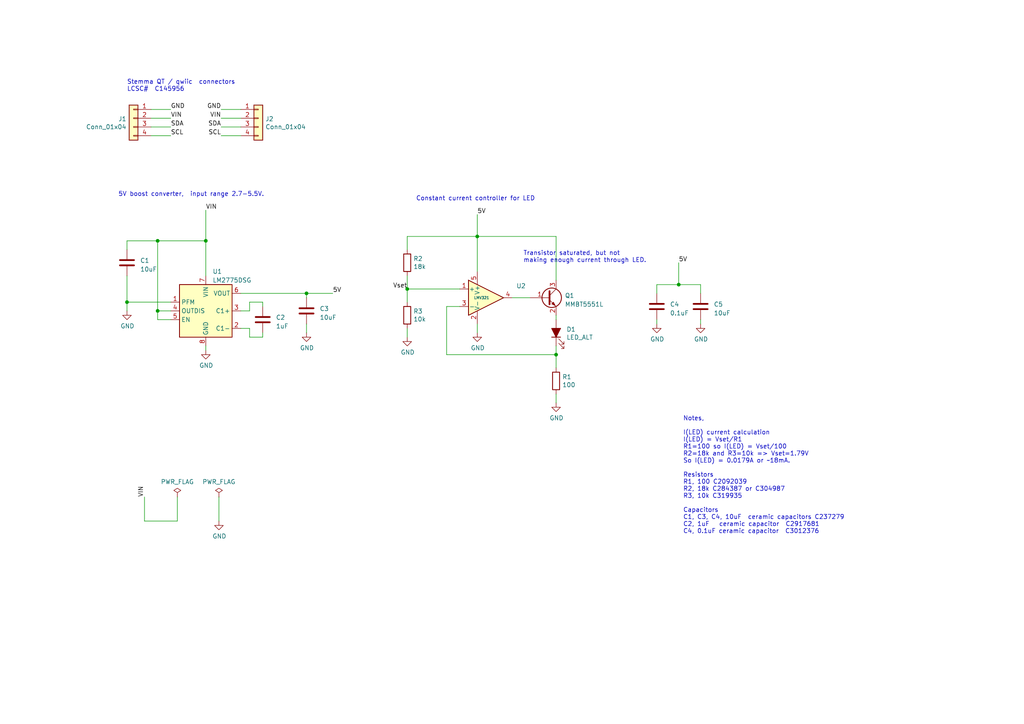
<source format=kicad_sch>
(kicad_sch (version 20230121) (generator eeschema)
  (paper "A4")
  (lib_symbols
    (symbol "Amplifier_Operational:LMV321" (pin_names (offset 0.127))
      (property "Reference" "U" (at 0 5.08 0))
      (property "Value" "LMV321" (at 0 -5.08 0))
      (symbol "LMV321_0_1"
        (polyline (pts (xy -5.08 5.08) (xy 5.08 0) (xy -5.08 -5.08) (xy -5.08 5.08)) (stroke (width 0.254)) (fill (type background)))
        (pin power_in line (at -2.54 -7.62 90) (length 3.81) (name "V-") (number "2"))
        (pin power_in line (at -2.54 7.62 270) (length 3.81) (name "V+") (number "5"))
      )
      (symbol "LMV321_1_1"
        (pin input line (at -7.62 2.54 0) (length 2.54) (name "+") (number "1"))
        (pin input line (at -7.62 -2.54 0) (length 2.54) (name "-") (number "3"))
        (pin output line (at 7.62 0 180) (length 2.54) (name "~") (number "4"))
      )
    )
    (symbol "Connector_Generic:Conn_01x04" (pin_names (offset 1.016) hide)
      (property "Reference" "J" (at 0 5.08 0))
      (property "Value" "Conn_01x04" (at 0 -7.62 0))
      (symbol "Conn_01x04_1_1"
        (rectangle (start -1.27 -4.953) (end 0 -5.207) (stroke (width 0.1524)))
        (rectangle (start -1.27 -2.413) (end 0 -2.667) (stroke (width 0.1524)))
        (rectangle (start -1.27 0.127) (end 0 -0.127) (stroke (width 0.1524)))
        (rectangle (start -1.27 2.667) (end 0 2.413) (stroke (width 0.1524)))
        (rectangle (start -1.27 3.81) (end 1.27 -6.35) (stroke (width 0.254)) (fill (type background)))
        (pin passive line (at -5.08 2.54 0) (length 3.81) (name "Pin_1") (number "1"))
        (pin passive line (at -5.08 0 0) (length 3.81) (name "Pin_2") (number "2"))
        (pin passive line (at -5.08 -2.54 0) (length 3.81) (name "Pin_3") (number "3"))
        (pin passive line (at -5.08 -5.08 0) (length 3.81) (name "Pin_4") (number "4"))
      )
    )
    (symbol "Device:C" (pin_numbers hide) (pin_names (offset 0.254))
      (property "Reference" "C" (at 0.635 2.54 0))
      (property "Value" "C" (at 0.635 -2.54 0))
      (symbol "C_0_1"
        (polyline (pts (xy -2.032 -0.762) (xy 2.032 -0.762)) (stroke (width 0.508)))
        (polyline (pts (xy -2.032 0.762) (xy 2.032 0.762)) (stroke (width 0.508)))
      )
      (symbol "C_1_1"
        (pin passive line (at 0 3.81 270) (length 2.794) (name "~") (number "1"))
        (pin passive line (at 0 -3.81 90) (length 2.794) (name "~") (number "2"))
      )
    )
    (symbol "Device:R" (pin_numbers hide) (pin_names (offset 0))
      (property "Reference" "R" (at 2.032 0 90))
      (property "Value" "R" (at 0 0 90))
      (symbol "R_0_1"
        (rectangle (start -1.016 -2.54) (end 1.016 2.54) (stroke (width 0.254)))
      )
      (symbol "R_1_1"
        (pin passive line (at 0 3.81 270) (length 1.27) (name "~") (number "1"))
        (pin passive line (at 0 -3.81 90) (length 1.27) (name "~") (number "2"))
      )
    )
    (symbol "Regulator_SwitchedCapacitor:LM2775DSG"
      (property "Reference" "U" (at -7.62 8.89 0))
      (property "Value" "LM2775DSG" (at 6.35 8.89 0))
      (symbol "LM2775DSG_0_1"
        (rectangle (start -7.62 7.62) (end 7.62 -7.62) (stroke (width 0.254)) (fill (type background)))
      )
      (symbol "LM2775DSG_1_1"
        (pin input line (at -10.16 2.54 0) (length 2.54) (name "PFM") (number "1"))
        (pin passive line (at 10.16 -5.08 180) (length 2.54) (name "C1-") (number "2"))
        (pin passive line (at 10.16 0 180) (length 2.54) (name "C1+") (number "3"))
        (pin input line (at -10.16 0 0) (length 2.54) (name "OUTDIS") (number "4"))
        (pin input line (at -10.16 -2.54 0) (length 2.54) (name "EN") (number "5"))
        (pin power_out line (at 10.16 5.08 180) (length 2.54) (name "VOUT") (number "6"))
        (pin power_in line (at 0 10.16 270) (length 2.54) (name "VIN") (number "7"))
        (pin power_in line (at 0 -10.16 90) (length 2.54) (name "GND") (number "8"))
        (pin passive line (at 0 -10.16 90) (length 2.54) hide (name "GND") (number "9"))
      )
    )
    (symbol "Transistor_BJT:MMBT5551L" (pin_names (offset 0) hide)
      (property "Reference" "Q" (at 5.08 1.905 0))
      (property "Value" "MMBT5551L" (at 5.08 0 0))
      (symbol "MMBT5551L_0_1"
        (polyline (pts (xy 0.635 0.635) (xy 2.54 2.54)))
        (polyline (pts (xy 0.635 -0.635) (xy 2.54 -2.54) (xy 2.54 -2.54)))
        (polyline (pts (xy 0.635 1.905) (xy 0.635 -1.905) (xy 0.635 -1.905)) (stroke (width 0.508)))
        (polyline (pts (xy 1.27 -1.778) (xy 1.778 -1.27) (xy 2.286 -2.286) (xy 1.27 -1.778) (xy 1.27 -1.778)) (fill (type outline)))
        (circle (center 1.27 0) (radius 2.8194) (stroke (width 0.254)))
      )
      (symbol "MMBT5551L_1_1"
        (pin input line (at -5.08 0 0) (length 5.715) (name "B") (number "1"))
        (pin passive line (at 2.54 -5.08 90) (length 2.54) (name "E") (number "2"))
        (pin passive line (at 2.54 5.08 270) (length 2.54) (name "C") (number "3"))
      )
    )
    (symbol "basic_led-rescue:LED_ALT-Device" (pin_numbers hide) (pin_names (offset 1.016) hide)
      (property "Reference" "D" (at 0 2.54 0))
      (property "Value" "Device_LED_ALT" (at 0 -2.54 0))
      (symbol "LED_ALT-Device_0_1"
        (polyline (pts (xy -1.27 -1.27) (xy -1.27 1.27)) (stroke (width 0.254)))
        (polyline (pts (xy -1.27 0) (xy 1.27 0)))
        (polyline (pts (xy 1.27 -1.27) (xy 1.27 1.27) (xy -1.27 0) (xy 1.27 -1.27)) (stroke (width 0.254)) (fill (type outline)))
        (polyline (pts (xy -3.048 -0.762) (xy -4.572 -2.286) (xy -3.81 -2.286) (xy -4.572 -2.286) (xy -4.572 -1.524)))
        (polyline (pts (xy -1.778 -0.762) (xy -3.302 -2.286) (xy -2.54 -2.286) (xy -3.302 -2.286) (xy -3.302 -1.524)))
      )
      (symbol "LED_ALT-Device_1_1"
        (pin passive line (at -3.81 0 0) (length 2.54) (name "K") (number "1"))
        (pin passive line (at 3.81 0 180) (length 2.54) (name "A") (number "2"))
      )
    )
    (symbol "power:GND" (power) (pin_names (offset 0))
      (property "Value" "GND" (at 0 -3.81 0))
      (symbol "GND_0_1"
        (polyline (pts (xy 0 0) (xy 0 -1.27) (xy 1.27 -1.27) (xy 0 -2.54) (xy -1.27 -1.27) (xy 0 -1.27)))
      )
      (symbol "GND_1_1"
        (pin power_in line (at 0 0 270) (length 0) hide (name "GND") (number "1"))
      )
    )
    (symbol "power:PWR_FLAG" (power) (pin_numbers hide) (pin_names (offset 0) hide)
      (property "Value" "PWR_FLAG" (at 0 3.81 0))
      (symbol "PWR_FLAG_0_0"
        (pin power_out line (at 0 0 90) (length 0) (name "pwr") (number "1"))
      )
      (symbol "PWR_FLAG_0_1"
        (polyline (pts (xy 0 0) (xy 0 1.27) (xy -1.016 1.905) (xy 0 2.54) (xy 1.016 1.905) (xy 0 1.27)))
      )
    )
  )
  (junction (at 138.43 68.58))
  (junction (at 161.29 102.87))
  (junction (at 88.9 85.09))
  (junction (at 36.83 87.63))
  (junction (at 196.85 82.55))
  (junction (at 59.69 69.85))
  (junction (at 45.72 69.85))
  (junction (at 45.72 90.17))
  (junction (at 118.11 83.82))
  (wire (pts (xy 45.72 69.85) (xy 45.72 90.17)))
  (wire (pts (xy 45.72 69.85) (xy 36.83 69.85)))
  (wire (pts (xy 129.54 88.9) (xy 133.35 88.9)))
  (wire (pts (xy 196.85 76.2) (xy 196.85 82.55)))
  (wire (pts (xy 69.85 90.17) (xy 72.39 90.17)))
  (wire (pts (xy 161.29 102.87) (xy 129.54 102.87)))
  (wire (pts (xy 43.815 34.29) (xy 49.53 34.29)))
  (wire (pts (xy 161.29 114.3) (xy 161.29 116.84)))
  (wire (pts (xy 69.85 36.83) (xy 64.135 36.83)))
  (wire (pts (xy 76.2 97.79) (xy 72.39 97.79)))
  (wire (pts (xy 161.29 100.33) (xy 161.29 102.87)))
  (wire (pts (xy 118.11 68.58) (xy 118.11 72.39)))
  (wire (pts (xy 161.29 68.58) (xy 161.29 81.28)))
  (wire (pts (xy 76.2 96.52) (xy 76.2 97.79)))
  (wire (pts (xy 118.11 83.82) (xy 118.11 80.01)))
  (wire (pts (xy 69.85 95.25) (xy 72.39 95.25)))
  (wire (pts (xy 69.85 34.29) (xy 64.135 34.29)))
  (wire (pts (xy 43.815 31.75) (xy 49.53 31.75)))
  (wire (pts (xy 118.11 83.82) (xy 118.11 87.63)))
  (wire (pts (xy 138.43 93.98) (xy 138.43 96.52)))
  (wire (pts (xy 69.85 31.75) (xy 64.135 31.75)))
  (wire (pts (xy 196.85 82.55) (xy 203.2 82.55)))
  (wire (pts (xy 51.435 151.13) (xy 41.91 151.13)))
  (wire (pts (xy 203.2 92.71) (xy 203.2 93.98)))
  (wire (pts (xy 138.43 68.58) (xy 138.43 78.74)))
  (wire (pts (xy 72.39 90.17) (xy 72.39 87.63)))
  (wire (pts (xy 45.72 90.17) (xy 45.72 92.71)))
  (wire (pts (xy 51.435 144.145) (xy 51.435 151.13)))
  (wire (pts (xy 36.83 90.17) (xy 36.83 87.63)))
  (wire (pts (xy 203.2 82.55) (xy 203.2 85.09)))
  (wire (pts (xy 88.9 85.09) (xy 88.9 86.36)))
  (wire (pts (xy 36.83 87.63) (xy 36.83 80.01)))
  (wire (pts (xy 190.5 92.71) (xy 190.5 93.98)))
  (wire (pts (xy 36.83 87.63) (xy 49.53 87.63)))
  (wire (pts (xy 69.85 39.37) (xy 64.135 39.37)))
  (wire (pts (xy 41.91 151.13) (xy 41.91 144.145)))
  (wire (pts (xy 118.11 95.25) (xy 118.11 97.79)))
  (wire (pts (xy 59.69 69.85) (xy 45.72 69.85)))
  (wire (pts (xy 69.85 85.09) (xy 88.9 85.09)))
  (wire (pts (xy 59.69 60.96) (xy 59.69 69.85)))
  (wire (pts (xy 161.29 91.44) (xy 161.29 92.71)))
  (wire (pts (xy 118.11 83.82) (xy 133.35 83.82)))
  (wire (pts (xy 138.43 68.58) (xy 118.11 68.58)))
  (wire (pts (xy 72.39 87.63) (xy 76.2 87.63)))
  (wire (pts (xy 45.72 92.71) (xy 49.53 92.71)))
  (wire (pts (xy 59.69 100.33) (xy 59.69 101.6)))
  (wire (pts (xy 88.9 85.09) (xy 96.52 85.09)))
  (wire (pts (xy 190.5 82.55) (xy 196.85 82.55)))
  (wire (pts (xy 138.43 68.58) (xy 161.29 68.58)))
  (wire (pts (xy 59.69 69.85) (xy 59.69 80.01)))
  (wire (pts (xy 72.39 97.79) (xy 72.39 95.25)))
  (wire (pts (xy 43.815 36.83) (xy 49.53 36.83)))
  (wire (pts (xy 63.5 144.145) (xy 63.5 151.13)))
  (wire (pts (xy 76.2 87.63) (xy 76.2 88.9)))
  (wire (pts (xy 148.59 86.36) (xy 153.67 86.36)))
  (wire (pts (xy 129.54 102.87) (xy 129.54 88.9)))
  (wire (pts (xy 45.72 90.17) (xy 49.53 90.17)))
  (wire (pts (xy 138.43 62.23) (xy 138.43 68.58)))
  (wire (pts (xy 88.9 93.98) (xy 88.9 96.52)))
  (wire (pts (xy 190.5 85.09) (xy 190.5 82.55)))
  (wire (pts (xy 43.815 39.37) (xy 49.53 39.37)))
  (wire (pts (xy 36.83 69.85) (xy 36.83 72.39)))
  (wire (pts (xy 161.29 102.87) (xy 161.29 106.68)))
  (text "Stemma QT / qwiic  connectors\nLCSC#  C145956" (at 36.83 26.67 0) (effects (font (size 1.27 1.27)) (justify left bottom)))
  (text "Transistor saturated, but not \nmaking enough current through LED." (at 151.765 76.327 0) (effects (font (size 1.27 1.27)) (justify left bottom)))
  (text "Constant current controller for LED" (at 120.65 58.42 0) (effects (font (size 1.27 1.27)) (justify left bottom)))
  (text "Notes, \n\nI(LED) current calculation\nI(LED) = Vset/R1\nR1=100 so I(LED) = Vset/100\nR2=18k and R3=10k => Vset=1.79V\nSo I(LED) = 0.0179A or ~18mA. \n\nResistors\nR1, 100 C2092039\nR2, 18k C284387 or C304987\nR3, 10k C319935\n\nCapacitors\nC1, C3, C4, 10uF  ceramic capacitors C237279\nC2, 1uF   ceramic capacitor  C2917681\nC4, 0.1uF ceramic capacitor  C3012376\n" (at 198.12 154.94 0) (effects (font (size 1.27 1.27)) (justify left bottom)))
  (text "5V boost converter,  input range 2.7-5.5V. " (at 34.29 57.15 0) (effects (font (size 1.27 1.27)) (justify left bottom)))
  (label "SCL" (at 49.53 39.37 0))
  (label "SCL" (at 64.135 39.37 180))
  (label "Vset" (at 118.11 83.82 180))
  (label "SDA" (at 64.135 36.83 180))
  (label "VIN" (at 41.91 144.145 90))
  (label "5V" (at 138.43 62.23 0))
  (label "VIN" (at 59.69 60.96 0))
  (label "5V" (at 196.85 76.2 0))
  (label "5V" (at 96.52 85.09 0))
  (label "VIN" (at 64.135 34.29 180))
  (label "VIN" (at 49.53 34.29 0))
  (label "GND" (at 49.53 31.75 0))
  (label "GND" (at 64.135 31.75 180))
  (label "SDA" (at 49.53 36.83 0))
  (symbol (lib_id "Connector_Generic:Conn_01x04") (at 38.735 34.29 0) (mirror y) (unit 1)
    (property "Reference" "J1" (at 36.703 34.4932 0) (effects (justify left)))
    (property "Value" "Conn_01x04" (at 36.703 36.8046 0) (effects (justify left)))
    (property "Footprint" "BOOMELE_SH_SMD:BOOMELE_SMD_SH_4PIN_RT" (effects hide))
  )
  (symbol (lib_id "Connector_Generic:Conn_01x04") (at 74.93 34.29 0) (unit 1)
    (property "Reference" "J2" (at 76.962 34.4932 0) (effects (justify left)))
    (property "Value" "Conn_01x04" (at 76.962 36.8046 0) (effects (justify left)))
    (property "Footprint" "BOOMELE_SH_SMD:BOOMELE_SMD_SH_4PIN_RT" (effects hide))
  )
  (symbol (lib_id "basic_led-rescue:LED_ALT-Device") (at 161.29 96.52 90) (unit 1)
    (property "Reference" "D1" (at 164.2872 95.5294 90) (effects (justify right)))
    (property "Value" "LED_ALT" (at 164.2872 97.8408 90) (effects (justify right)))
    (property "Footprint" "LED_SMD:LED_0603_1608Metric" (effects hide))
  )
  (symbol (lib_id "Device:R") (at 161.29 110.49 0) (unit 1)
    (property "Reference" "R1" (at 163.068 109.3216 0) (effects (justify left)))
    (property "Value" "100" (at 163.068 111.633 0) (effects (justify left)))
    (property "Footprint" "Resistor_SMD:R_0402_1005Metric" (effects hide))
  )
  (symbol (lib_id "power:GND") (at 161.29 116.84 0) (unit 1)
    (property "Reference" "#PWR08" (effects hide))
    (property "Value" "GND" (at 161.417 121.2342 0))
  )
  (symbol (lib_id "power:PWR_FLAG") (at 63.5 144.145 0) (unit 1)
    (property "Reference" "#FLG0101" (effects hide))
    (property "Value" "PWR_FLAG" (at 63.5 139.7508 0))
  )
  (symbol (lib_id "power:PWR_FLAG") (at 51.435 144.145 0) (unit 1)
    (property "Reference" "#FLG0102" (effects hide))
    (property "Value" "PWR_FLAG" (at 51.435 139.7508 0))
  )
  (symbol (lib_id "power:GND") (at 63.5 151.13 0) (unit 1)
    (property "Reference" "#PWR0101" (effects hide))
    (property "Value" "GND" (at 63.627 155.5242 0))
  )
  (symbol (lib_id "Device:C") (at 203.2 88.9 0) (unit 1)
    (property "Reference" "C5" (at 207.01 88.265 0) (effects (justify left)))
    (property "Value" "10uF" (at 207.01 90.805 0) (effects (justify left)))
    (property "Footprint" "Capacitor_SMD:C_0402_1005Metric" (effects hide))
  )
  (symbol (lib_id "Device:C") (at 190.5 88.9 0) (unit 1)
    (property "Reference" "C4" (at 194.31 88.265 0) (effects (justify left)))
    (property "Value" "0.1uF" (at 194.31 90.805 0) (effects (justify left)))
    (property "Footprint" "Capacitor_SMD:C_0402_1005Metric" (effects hide))
  )
  (symbol (lib_id "power:GND") (at 36.83 90.17 0) (unit 1)
    (property "Reference" "#PWR01" (effects hide))
    (property "Value" "GND" (at 36.957 94.5642 0))
  )
  (symbol (lib_id "power:GND") (at 203.2 93.98 0) (unit 1)
    (property "Reference" "#PWR06" (effects hide))
    (property "Value" "GND" (at 203.327 98.3742 0))
  )
  (symbol (lib_id "power:GND") (at 138.43 96.52 0) (unit 1)
    (property "Reference" "#PWR04" (effects hide))
    (property "Value" "GND" (at 138.557 100.9142 0))
  )
  (symbol (lib_id "Regulator_SwitchedCapacitor:LM2775DSG") (at 59.69 90.17 0) (unit 1)
    (property "Reference" "U1" (at 61.6459 78.74 0) (effects (justify left)))
    (property "Value" "LM2775DSG" (at 61.6459 81.28 0) (effects (justify left)))
    (property "Footprint" "Package_SON:WSON-8-1EP_2x2mm_P0.5mm_EP0.9x1.6mm_ThermalVias" (effects hide))
    (property "Datasheet" "https://www.ti.com/lit/gpn/lm2775" (effects hide))
  )
  (symbol (lib_id "power:GND") (at 190.5 93.98 0) (unit 1)
    (property "Reference" "#PWR05" (effects hide))
    (property "Value" "GND" (at 190.627 98.3742 0))
  )
  (symbol (lib_id "power:GND") (at 88.9 96.52 0) (unit 1)
    (property "Reference" "#PWR03" (effects hide))
    (property "Value" "GND" (at 89.027 100.9142 0))
  )
  (symbol (lib_id "power:GND") (at 118.11 97.79 0) (unit 1)
    (property "Reference" "#PWR07" (effects hide))
    (property "Value" "GND" (at 118.237 102.1842 0))
  )
  (symbol (lib_id "Device:C") (at 36.83 76.2 180) (unit 1)
    (property "Reference" "C1" (at 40.64 75.565 0) (effects (justify right)))
    (property "Value" "10uF" (at 40.64 78.105 0) (effects (justify right)))
    (property "Footprint" "Capacitor_SMD:C_0402_1005Metric" (effects hide))
  )
  (symbol (lib_id "Device:R") (at 118.11 76.2 0) (unit 1)
    (property "Reference" "R2" (at 119.888 75.0316 0) (effects (justify left)))
    (property "Value" "18k" (at 119.888 77.343 0) (effects (justify left)))
    (property "Footprint" "Resistor_SMD:R_0402_1005Metric" (effects hide))
  )
  (symbol (lib_id "Amplifier_Operational:LMV321") (at 140.97 86.36 0) (unit 1)
    (property "Reference" "U2" (at 151.13 82.9311 0))
    (property "Value" "LMV321" (at 139.7 86.36 0) (effects (font (size 0.762 0.762))))
    (property "Footprint" "Package_TO_SOT_SMD:SOT-23-5" (effects hide))
    (property "Datasheet" "http://www.ti.com/lit/ds/symlink/lmv324.pdf" (effects hide))
  )
  (symbol (lib_id "Transistor_BJT:MMBT5551L") (at 158.75 86.36 0) (unit 1)
    (property "Reference" "Q1" (at 163.83 85.725 0) (effects (justify left)))
    (property "Value" "MMBT5551L" (at 163.83 88.265 0) (effects (justify left)))
    (property "Footprint" "Package_TO_SOT_SMD:SOT-23" (effects hide))
    (property "Datasheet" "www.onsemi.com/pub/Collateral/MMBT5550LT1-D.PDF" (effects hide))
  )
  (symbol (lib_id "Device:C") (at 88.9 90.17 0) (unit 1)
    (property "Reference" "C3" (at 92.71 89.535 0) (effects (justify left)))
    (property "Value" "10uF" (at 92.71 92.075 0) (effects (justify left)))
    (property "Footprint" "Capacitor_SMD:C_0402_1005Metric" (effects hide))
  )
  (symbol (lib_id "Device:R") (at 118.11 91.44 0) (unit 1)
    (property "Reference" "R3" (at 119.888 90.2716 0) (effects (justify left)))
    (property "Value" "10k" (at 119.888 92.583 0) (effects (justify left)))
    (property "Footprint" "Resistor_SMD:R_0402_1005Metric" (effects hide))
  )
  (symbol (lib_id "power:GND") (at 59.69 101.6 0) (unit 1)
    (property "Reference" "#PWR02" (effects hide))
    (property "Value" "GND" (at 59.817 105.9942 0))
  )
  (symbol (lib_id "Device:C") (at 76.2 92.71 0) (unit 1)
    (property "Reference" "C2" (at 80.01 92.075 0) (effects (justify left)))
    (property "Value" "1uF" (at 80.01 94.615 0) (effects (justify left)))
    (property "Footprint" "Capacitor_SMD:C_0402_1005Metric" (effects hide))
  )
)
</source>
